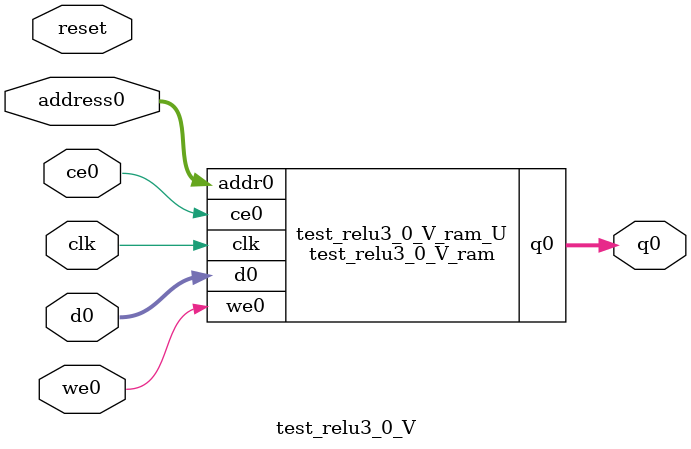
<source format=v>
`timescale 1 ns / 1 ps
module test_relu3_0_V_ram (addr0, ce0, d0, we0, q0,  clk);

parameter DWIDTH = 4;
parameter AWIDTH = 18;
parameter MEM_SIZE = 204800;

input[AWIDTH-1:0] addr0;
input ce0;
input[DWIDTH-1:0] d0;
input we0;
output reg[DWIDTH-1:0] q0;
input clk;

(* ram_style = "block" *)reg [DWIDTH-1:0] ram[0:MEM_SIZE-1];




always @(posedge clk)  
begin 
    if (ce0) begin
        if (we0) 
            ram[addr0] <= d0; 
        q0 <= ram[addr0];
    end
end


endmodule

`timescale 1 ns / 1 ps
module test_relu3_0_V(
    reset,
    clk,
    address0,
    ce0,
    we0,
    d0,
    q0);

parameter DataWidth = 32'd4;
parameter AddressRange = 32'd204800;
parameter AddressWidth = 32'd18;
input reset;
input clk;
input[AddressWidth - 1:0] address0;
input ce0;
input we0;
input[DataWidth - 1:0] d0;
output[DataWidth - 1:0] q0;



test_relu3_0_V_ram test_relu3_0_V_ram_U(
    .clk( clk ),
    .addr0( address0 ),
    .ce0( ce0 ),
    .we0( we0 ),
    .d0( d0 ),
    .q0( q0 ));

endmodule


</source>
